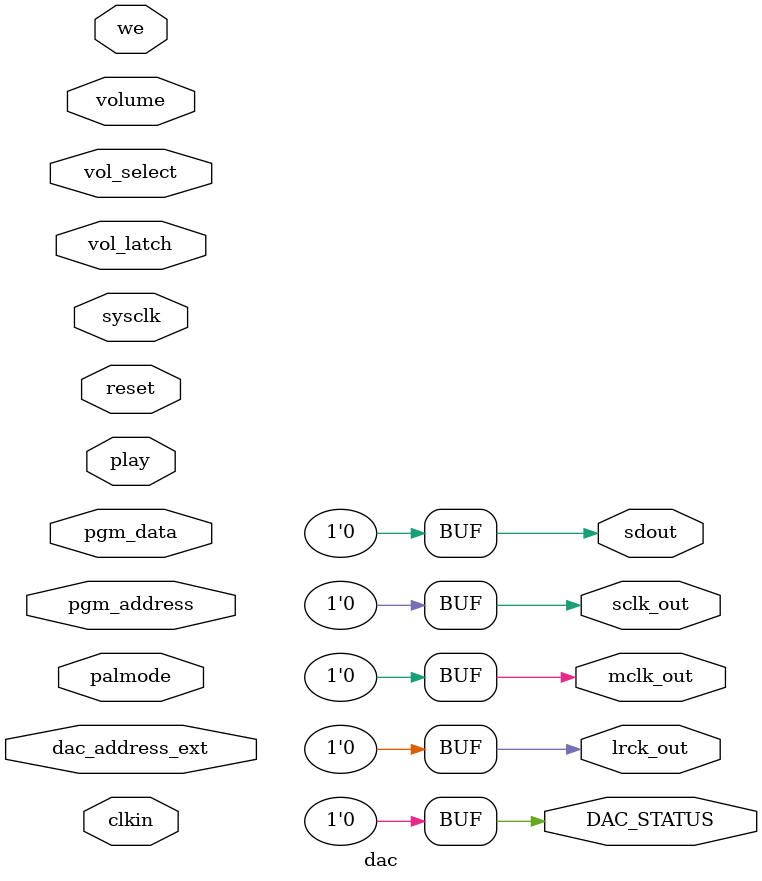
<source format=v>
`timescale 1ns / 1ps
module dac(
  input clkin,
  input sysclk,
  input we,
  input[10:0] pgm_address,
  input[7:0] pgm_data,
  input[7:0] volume,
  input vol_latch,
  input [2:0] vol_select,
  input [8:0] dac_address_ext,
  input play,
  input reset,
  input palmode,
  output sdout,
  output mclk_out,
  output lrck_out,
  output sclk_out,
  output DAC_STATUS
);

assign sdout = 0;
assign mclk_out = 0;
assign lrck_out = 0;
assign sclk_out = 0;
assign DAC_STATUS = 0;

/*
reg[8:0] dac_address_r;
reg[8:0] dac_address_r_sync;
wire[8:0] dac_address = dac_address_r_sync;

wire[31:0] dac_data;
assign DAC_STATUS = dac_address_r[8];
reg[10:0] vol_reg;
reg[10:0] vol_target_reg;
reg[1:0] vol_latch_reg;
reg vol_valid;
reg[2:0] sysclk_sreg;
wire sysclk_rising = (sysclk_sreg[2:1] == 2'b01);

always @(posedge clkin) begin
  sysclk_sreg <= {sysclk_sreg[1:0], sysclk};
end

dac_buf snes_dac_buf (
  .clka(clkin),
  .wea(~we), // Bus [0 : 0]
  .addra(pgm_address), // Bus [10 : 0]
  .dina(pgm_data), // Bus [7 : 0]
  .clkb(clkin),
  .addrb(dac_address), // Bus [8 : 0]
  .doutb(dac_data)); // Bus [31 : 0]

reg [10:0] cnt;
reg [15:0] smpcnt;
reg [1:0] samples;
reg [15:0] smpshift;

wire mclk = cnt[2]; // mclk = clk/8
wire lrck = cnt[8]; // lrck = mclk/64
wire sclk = cnt[3]; // sclk = lrck*32

reg [2:0] mclk_sreg;
reg [2:0] lrck_sreg;
reg [1:0] sclk_sreg;

assign mclk_out = ~mclk_sreg[2];
assign lrck_out = lrck_sreg[2];
assign sclk_out = sclk_sreg[1];

wire lrck_rising = ({lrck_sreg[0],lrck} == 2'b01);
wire lrck_falling = ({lrck_sreg[0],lrck} == 2'b10);

wire sclk_rising = ({sclk_sreg[0],sclk} == 2'b01);
wire sclk_falling = ({sclk_sreg[0],sclk} == 2'b10);

wire vol_latch_rising = (vol_latch_reg[1:0] == 2'b01);
reg sdout_reg;
assign sdout = sdout_reg;

reg play_r;

initial begin
  cnt = 9'h100;
  smpcnt = 16'b0;
  lrck_sreg = 2'b00;
  sclk_sreg = 2'b00;
  mclk_sreg = 2'b00;
  dac_address_r = 9'b0;
  vol_valid = 1'b0;
  vol_latch_reg = 1'b0;
  vol_reg = 9'h000;
  vol_target_reg = 9'h000;
  samples <= 2'b00;
end

//  21477272.727272... /  37500 *  1232 = 44100 * 16
//  21281370           / 709379 * 23520 = 44100 * 16
reg [19:0] phaseacc = 0;
wire [14:0] phasemul = (palmode ? 23520 : 1232);
wire [19:0] phasediv = (palmode ? 709379 : 37500);
reg [3:0] subcount = 0;

reg int_strobe = 0, comb_strobe = 0;

always @(posedge clkin) begin
  int_strobe <= 0;
  comb_strobe <= 0;
  if(reset) begin
    dac_address_r <= dac_address_ext;
    phaseacc <= 0;
    subcount <= 0;
  end else if(sysclk_rising) begin
    if(phaseacc >= phasediv) begin
      phaseacc <= phaseacc - phasediv + phasemul;
      subcount <= subcount + 1;
      int_strobe <= 1;
      if (subcount == 0) begin
        comb_strobe <= 1;
        dac_address_r <= dac_address_r + play_r;
      end
    end else begin
      phaseacc <= phaseacc + phasemul;
    end
  end
end

parameter ST0_IDLE  = 10'b1000000000;
parameter ST1_COMB1 = 10'b0000000001;
parameter ST2_COMB2 = 10'b0000000010;
parameter ST3_COMB3 = 10'b0000000100;
parameter ST4_INT1  = 10'b0000010000;
parameter ST5_INT2  = 10'b0000100000;
parameter ST6_INT3  = 10'b0001000000;

reg [63:0] ci[2:0], co[2:0], io[2:0];
reg [9:0] cicstate = 10'h200;
wire [63:0] bufi = {{16{dac_data[31]}}, dac_data[31:16], {16{dac_data[15]}}, dac_data[15:0]};

always @(posedge clkin) begin
  if(reset) begin
    cicstate <= ST0_IDLE;
    {ci[2], ci[1], ci[0]} <= 192'h0;
    {co[2], co[1], co[0]} <= 192'h0;
    {io[2], io[1], io[0]} <= 192'h0;
  end else if(int_strobe) begin
    if(comb_strobe) cicstate <= ST1_COMB1;
    else cicstate <= ST4_INT1;
  end else begin
    case(cicstate)
//------- COMB STAGES
      ST1_COMB1: begin
        cicstate <= ST2_COMB2;
        ci[0] <= bufi;
        co[0][63:32] <= bufi[63:32] - ci[0][63:32];
        co[0][31:0] <= bufi[31:0] - ci[0][31:0];
      end
      ST2_COMB2: begin
        cicstate <= ST3_COMB3;
        ci[1] <= co[0];
        co[1][63:32] <= co[0][63:32] - ci[1][63:32];
        co[1][31:0] <= co[0][31:0] - ci[1][31:0];
      end
      ST3_COMB3: begin
        cicstate <= ST4_INT1;
        ci[2] <= co[1];
        co[2][63:32] <= co[1][63:32] - ci[2][63:32];
        co[2][31:0] <= co[1][31:0] - ci[2][31:0];
      end
//------- INTEGRATOR STAGES
      ST4_INT1: begin
        io[0][63:32] <= co[2][63:32] + io[0][63:32];
        io[0][31:0] <= co[2][31:0] + io[0][31:0];
        cicstate <= ST5_INT2;
      end
      ST5_INT2: begin
        io[1][63:32] <= io[0][63:32] + io[1][63:32];
        io[1][31:0] <= io[0][31:0] + io[1][31:0];
        cicstate <= ST6_INT3;
      end
      ST6_INT3: begin
        io[2][63:32] <= io[1][63:32] + io[2][63:32];
        io[2][31:0] <= io[1][31:0] + io[2][31:0];
        cicstate <= ST0_IDLE;
      end
      default: begin
        cicstate <= ST0_IDLE;
      end
    endcase
  end
end

always @(posedge clkin) begin
  cnt <= cnt + 1;
  mclk_sreg <= {mclk_sreg[1:0], mclk};
  lrck_sreg <= {lrck_sreg[1:0], lrck};
  sclk_sreg <= {sclk_sreg[0], sclk};
  vol_latch_reg <= {vol_latch_reg[0], vol_latch};
  play_r <= play;
end

wire [9:0] vol_orig = volume + volume[7];
wire [9:0] vol_3db = volume + volume[7:1] + volume[7];
wire [9:0] vol_6db = {1'b0, volume, volume[7]} + volume[7];
wire [9:0] vol_9db = {1'b0, volume, 1'b0} + volume + volume[7:6];
wire [9:0] vol_12db = {volume, volume[7:6]};

reg [9:0] vol_scaled;
always @* begin
  case(vol_select)
    3'b000: vol_scaled = vol_orig;
    3'b001: vol_scaled = vol_3db;
    3'b010: vol_scaled = vol_6db;
    3'b011: vol_scaled = vol_9db;
    3'b100: vol_scaled = vol_12db;
    default: vol_scaled = vol_orig;
  endcase
end

always @(posedge clkin) begin
  vol_target_reg <= vol_scaled;
end

always @(posedge clkin) begin
  if (lrck_rising) begin
    dac_address_r_sync <= dac_address_r;
  end
end

// ramp volume only on sample boundaries
always @(posedge clkin) begin
  if (lrck_rising) begin
    if(vol_reg > vol_target_reg)
      vol_reg <= vol_reg - 1;
    else if(vol_reg < vol_target_reg)
      vol_reg <= vol_reg + 1;
  end
end

wire signed [15:0] dac_data_ch = lrck ? io[2][59:44] : io[2][27:12];
wire signed [25:0] vol_sample;
wire signed [15:0] vol_sample_sat;
assign vol_sample = dac_data_ch * $signed({1'b0, vol_reg});
assign vol_sample_sat = ((vol_sample[25:23] == 3'b000 || vol_sample[25:23] == 3'b111) ? vol_sample[23:8]
                      : vol_sample[25] ? 16'sh8000
                      : 16'sh7fff);

always @(posedge clkin) begin
  if (sclk_falling) begin
    smpcnt <= smpcnt + 1;
    sdout_reg <= smpshift[15];
    if (lrck_rising | lrck_falling) begin
      smpshift <= vol_sample_sat;
    end else begin
      smpshift <= {smpshift[14:0], 1'b0};
    end
  end
end
*/

endmodule

</source>
